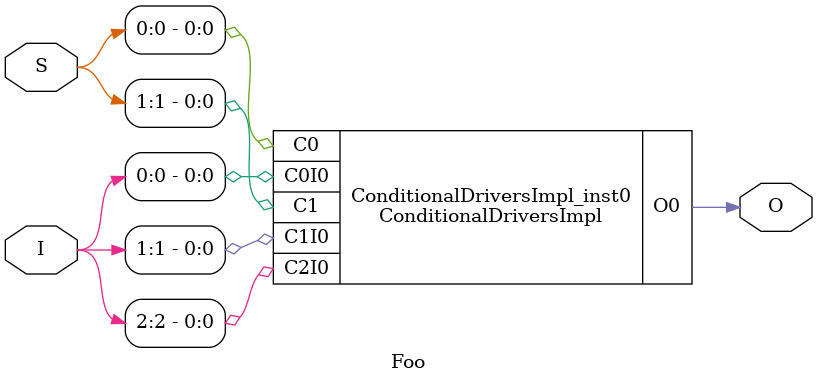
<source format=v>
module ConditionalDriversImpl (
    input C0,
    input C0I0,
    input C1,
    input C1I0,
    input C2I0,
    output O0
);
always @(*) begin
    if (C0) begin
        O0 = C0I0;
    end else begin
        if (C1) begin
            O0 = C1I0;
        end else begin
            O0 = C2I0;
        end
    end
end
endmodule

module Foo (
    input [2:0] I,
    input [1:0] S,
    output O
);
ConditionalDriversImpl ConditionalDriversImpl_inst0 (
    .C0(S[0]),
    .C0I0(I[0]),
    .C1(S[1]),
    .C1I0(I[1]),
    .C2I0(I[2]),
    .O0(O)
);
endmodule


</source>
